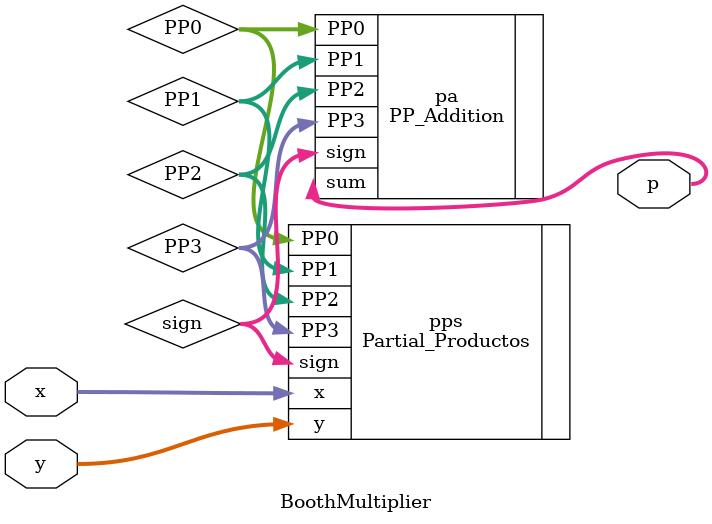
<source format=v>

module BoothMultiplier(
    input wire [7:0]x,
    input wire [7:0]y,
    output wire [15:0]p
);

    wire [8:0] PP0, PP1, PP2, PP3;
    wire [3:0] sign;

    Partial_Productos pps(
        .x(x),
        .y(y),
        .PP0(PP0),
        .PP1(PP1),
        .PP2(PP2),
        .PP3(PP3),
        .sign(sign)
    );

    PP_Addition pa(
        .PP0(PP0),
        .PP1(PP1),
        .PP2(PP2),
        .PP3(PP3),
        .sign(sign),
        .sum(p)
    );

endmodule
</source>
